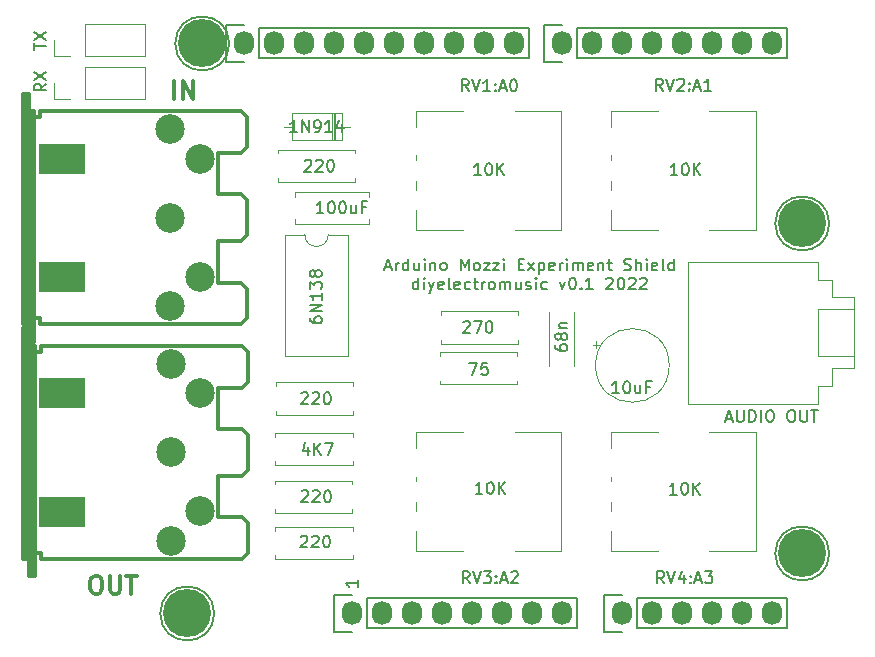
<source format=gbr>
%TF.GenerationSoftware,KiCad,Pcbnew,(6.0.5)*%
%TF.CreationDate,2022-11-11T15:24:04+00:00*%
%TF.ProjectId,ArduinoMozziExperimentShield,41726475-696e-46f4-9d6f-7a7a69457870,rev?*%
%TF.SameCoordinates,Original*%
%TF.FileFunction,Legend,Top*%
%TF.FilePolarity,Positive*%
%FSLAX46Y46*%
G04 Gerber Fmt 4.6, Leading zero omitted, Abs format (unit mm)*
G04 Created by KiCad (PCBNEW (6.0.5)) date 2022-11-11 15:24:04*
%MOMM*%
%LPD*%
G01*
G04 APERTURE LIST*
%ADD10C,0.150000*%
%ADD11C,0.304800*%
%ADD12C,0.120000*%
%ADD13O,1.727200X2.032000*%
%ADD14C,4.064000*%
%ADD15R,4.000000X2.500000*%
%ADD16C,2.499360*%
G04 APERTURE END LIST*
D10*
X165349904Y-121257380D02*
X165016571Y-120781190D01*
X164778476Y-121257380D02*
X164778476Y-120257380D01*
X165159428Y-120257380D01*
X165254666Y-120305000D01*
X165302285Y-120352619D01*
X165349904Y-120447857D01*
X165349904Y-120590714D01*
X165302285Y-120685952D01*
X165254666Y-120733571D01*
X165159428Y-120781190D01*
X164778476Y-120781190D01*
X165635619Y-120257380D02*
X165968952Y-121257380D01*
X166302285Y-120257380D01*
X167064190Y-120590714D02*
X167064190Y-121257380D01*
X166826095Y-120209761D02*
X166588000Y-120924047D01*
X167207047Y-120924047D01*
X167588000Y-121162142D02*
X167635619Y-121209761D01*
X167588000Y-121257380D01*
X167540380Y-121209761D01*
X167588000Y-121162142D01*
X167588000Y-121257380D01*
X167588000Y-120638333D02*
X167635619Y-120685952D01*
X167588000Y-120733571D01*
X167540380Y-120685952D01*
X167588000Y-120638333D01*
X167588000Y-120733571D01*
X168016571Y-120971666D02*
X168492761Y-120971666D01*
X167921333Y-121257380D02*
X168254666Y-120257380D01*
X168588000Y-121257380D01*
X168826095Y-120257380D02*
X169445142Y-120257380D01*
X169111809Y-120638333D01*
X169254666Y-120638333D01*
X169349904Y-120685952D01*
X169397523Y-120733571D01*
X169445142Y-120828809D01*
X169445142Y-121066904D01*
X169397523Y-121162142D01*
X169349904Y-121209761D01*
X169254666Y-121257380D01*
X168968952Y-121257380D01*
X168873714Y-121209761D01*
X168826095Y-121162142D01*
X148879904Y-121257380D02*
X148546571Y-120781190D01*
X148308476Y-121257380D02*
X148308476Y-120257380D01*
X148689428Y-120257380D01*
X148784666Y-120305000D01*
X148832285Y-120352619D01*
X148879904Y-120447857D01*
X148879904Y-120590714D01*
X148832285Y-120685952D01*
X148784666Y-120733571D01*
X148689428Y-120781190D01*
X148308476Y-120781190D01*
X149165619Y-120257380D02*
X149498952Y-121257380D01*
X149832285Y-120257380D01*
X150070380Y-120257380D02*
X150689428Y-120257380D01*
X150356095Y-120638333D01*
X150498952Y-120638333D01*
X150594190Y-120685952D01*
X150641809Y-120733571D01*
X150689428Y-120828809D01*
X150689428Y-121066904D01*
X150641809Y-121162142D01*
X150594190Y-121209761D01*
X150498952Y-121257380D01*
X150213238Y-121257380D01*
X150118000Y-121209761D01*
X150070380Y-121162142D01*
X151118000Y-121162142D02*
X151165619Y-121209761D01*
X151118000Y-121257380D01*
X151070380Y-121209761D01*
X151118000Y-121162142D01*
X151118000Y-121257380D01*
X151118000Y-120638333D02*
X151165619Y-120685952D01*
X151118000Y-120733571D01*
X151070380Y-120685952D01*
X151118000Y-120638333D01*
X151118000Y-120733571D01*
X151546571Y-120971666D02*
X152022761Y-120971666D01*
X151451333Y-121257380D02*
X151784666Y-120257380D01*
X152118000Y-121257380D01*
X152403714Y-120352619D02*
X152451333Y-120305000D01*
X152546571Y-120257380D01*
X152784666Y-120257380D01*
X152879904Y-120305000D01*
X152927523Y-120352619D01*
X152975142Y-120447857D01*
X152975142Y-120543095D01*
X152927523Y-120685952D01*
X152356095Y-121257380D01*
X152975142Y-121257380D01*
X165239904Y-79557380D02*
X164906571Y-79081190D01*
X164668476Y-79557380D02*
X164668476Y-78557380D01*
X165049428Y-78557380D01*
X165144666Y-78605000D01*
X165192285Y-78652619D01*
X165239904Y-78747857D01*
X165239904Y-78890714D01*
X165192285Y-78985952D01*
X165144666Y-79033571D01*
X165049428Y-79081190D01*
X164668476Y-79081190D01*
X165525619Y-78557380D02*
X165858952Y-79557380D01*
X166192285Y-78557380D01*
X166478000Y-78652619D02*
X166525619Y-78605000D01*
X166620857Y-78557380D01*
X166858952Y-78557380D01*
X166954190Y-78605000D01*
X167001809Y-78652619D01*
X167049428Y-78747857D01*
X167049428Y-78843095D01*
X167001809Y-78985952D01*
X166430380Y-79557380D01*
X167049428Y-79557380D01*
X167478000Y-79462142D02*
X167525619Y-79509761D01*
X167478000Y-79557380D01*
X167430380Y-79509761D01*
X167478000Y-79462142D01*
X167478000Y-79557380D01*
X167478000Y-78938333D02*
X167525619Y-78985952D01*
X167478000Y-79033571D01*
X167430380Y-78985952D01*
X167478000Y-78938333D01*
X167478000Y-79033571D01*
X167906571Y-79271666D02*
X168382761Y-79271666D01*
X167811333Y-79557380D02*
X168144666Y-78557380D01*
X168478000Y-79557380D01*
X169335142Y-79557380D02*
X168763714Y-79557380D01*
X169049428Y-79557380D02*
X169049428Y-78557380D01*
X168954190Y-78700238D01*
X168858952Y-78795476D01*
X168763714Y-78843095D01*
X141739904Y-94496666D02*
X142216095Y-94496666D01*
X141644666Y-94782380D02*
X141978000Y-93782380D01*
X142311333Y-94782380D01*
X142644666Y-94782380D02*
X142644666Y-94115714D01*
X142644666Y-94306190D02*
X142692285Y-94210952D01*
X142739904Y-94163333D01*
X142835142Y-94115714D01*
X142930380Y-94115714D01*
X143692285Y-94782380D02*
X143692285Y-93782380D01*
X143692285Y-94734761D02*
X143597047Y-94782380D01*
X143406571Y-94782380D01*
X143311333Y-94734761D01*
X143263714Y-94687142D01*
X143216095Y-94591904D01*
X143216095Y-94306190D01*
X143263714Y-94210952D01*
X143311333Y-94163333D01*
X143406571Y-94115714D01*
X143597047Y-94115714D01*
X143692285Y-94163333D01*
X144597047Y-94115714D02*
X144597047Y-94782380D01*
X144168476Y-94115714D02*
X144168476Y-94639523D01*
X144216095Y-94734761D01*
X144311333Y-94782380D01*
X144454190Y-94782380D01*
X144549428Y-94734761D01*
X144597047Y-94687142D01*
X145073238Y-94782380D02*
X145073238Y-94115714D01*
X145073238Y-93782380D02*
X145025619Y-93830000D01*
X145073238Y-93877619D01*
X145120857Y-93830000D01*
X145073238Y-93782380D01*
X145073238Y-93877619D01*
X145549428Y-94115714D02*
X145549428Y-94782380D01*
X145549428Y-94210952D02*
X145597047Y-94163333D01*
X145692285Y-94115714D01*
X145835142Y-94115714D01*
X145930380Y-94163333D01*
X145978000Y-94258571D01*
X145978000Y-94782380D01*
X146597047Y-94782380D02*
X146501809Y-94734761D01*
X146454190Y-94687142D01*
X146406571Y-94591904D01*
X146406571Y-94306190D01*
X146454190Y-94210952D01*
X146501809Y-94163333D01*
X146597047Y-94115714D01*
X146739904Y-94115714D01*
X146835142Y-94163333D01*
X146882761Y-94210952D01*
X146930380Y-94306190D01*
X146930380Y-94591904D01*
X146882761Y-94687142D01*
X146835142Y-94734761D01*
X146739904Y-94782380D01*
X146597047Y-94782380D01*
X148120857Y-94782380D02*
X148120857Y-93782380D01*
X148454190Y-94496666D01*
X148787523Y-93782380D01*
X148787523Y-94782380D01*
X149406571Y-94782380D02*
X149311333Y-94734761D01*
X149263714Y-94687142D01*
X149216095Y-94591904D01*
X149216095Y-94306190D01*
X149263714Y-94210952D01*
X149311333Y-94163333D01*
X149406571Y-94115714D01*
X149549428Y-94115714D01*
X149644666Y-94163333D01*
X149692285Y-94210952D01*
X149739904Y-94306190D01*
X149739904Y-94591904D01*
X149692285Y-94687142D01*
X149644666Y-94734761D01*
X149549428Y-94782380D01*
X149406571Y-94782380D01*
X150073238Y-94115714D02*
X150597047Y-94115714D01*
X150073238Y-94782380D01*
X150597047Y-94782380D01*
X150882761Y-94115714D02*
X151406571Y-94115714D01*
X150882761Y-94782380D01*
X151406571Y-94782380D01*
X151787523Y-94782380D02*
X151787523Y-94115714D01*
X151787523Y-93782380D02*
X151739904Y-93830000D01*
X151787523Y-93877619D01*
X151835142Y-93830000D01*
X151787523Y-93782380D01*
X151787523Y-93877619D01*
X153025619Y-94258571D02*
X153358952Y-94258571D01*
X153501809Y-94782380D02*
X153025619Y-94782380D01*
X153025619Y-93782380D01*
X153501809Y-93782380D01*
X153835142Y-94782380D02*
X154358952Y-94115714D01*
X153835142Y-94115714D02*
X154358952Y-94782380D01*
X154739904Y-94115714D02*
X154739904Y-95115714D01*
X154739904Y-94163333D02*
X154835142Y-94115714D01*
X155025619Y-94115714D01*
X155120857Y-94163333D01*
X155168476Y-94210952D01*
X155216095Y-94306190D01*
X155216095Y-94591904D01*
X155168476Y-94687142D01*
X155120857Y-94734761D01*
X155025619Y-94782380D01*
X154835142Y-94782380D01*
X154739904Y-94734761D01*
X156025619Y-94734761D02*
X155930380Y-94782380D01*
X155739904Y-94782380D01*
X155644666Y-94734761D01*
X155597047Y-94639523D01*
X155597047Y-94258571D01*
X155644666Y-94163333D01*
X155739904Y-94115714D01*
X155930380Y-94115714D01*
X156025619Y-94163333D01*
X156073238Y-94258571D01*
X156073238Y-94353809D01*
X155597047Y-94449047D01*
X156501809Y-94782380D02*
X156501809Y-94115714D01*
X156501809Y-94306190D02*
X156549428Y-94210952D01*
X156597047Y-94163333D01*
X156692285Y-94115714D01*
X156787523Y-94115714D01*
X157120857Y-94782380D02*
X157120857Y-94115714D01*
X157120857Y-93782380D02*
X157073238Y-93830000D01*
X157120857Y-93877619D01*
X157168476Y-93830000D01*
X157120857Y-93782380D01*
X157120857Y-93877619D01*
X157597047Y-94782380D02*
X157597047Y-94115714D01*
X157597047Y-94210952D02*
X157644666Y-94163333D01*
X157739904Y-94115714D01*
X157882761Y-94115714D01*
X157978000Y-94163333D01*
X158025619Y-94258571D01*
X158025619Y-94782380D01*
X158025619Y-94258571D02*
X158073238Y-94163333D01*
X158168476Y-94115714D01*
X158311333Y-94115714D01*
X158406571Y-94163333D01*
X158454190Y-94258571D01*
X158454190Y-94782380D01*
X159311333Y-94734761D02*
X159216095Y-94782380D01*
X159025619Y-94782380D01*
X158930380Y-94734761D01*
X158882761Y-94639523D01*
X158882761Y-94258571D01*
X158930380Y-94163333D01*
X159025619Y-94115714D01*
X159216095Y-94115714D01*
X159311333Y-94163333D01*
X159358952Y-94258571D01*
X159358952Y-94353809D01*
X158882761Y-94449047D01*
X159787523Y-94115714D02*
X159787523Y-94782380D01*
X159787523Y-94210952D02*
X159835142Y-94163333D01*
X159930380Y-94115714D01*
X160073238Y-94115714D01*
X160168476Y-94163333D01*
X160216095Y-94258571D01*
X160216095Y-94782380D01*
X160549428Y-94115714D02*
X160930380Y-94115714D01*
X160692285Y-93782380D02*
X160692285Y-94639523D01*
X160739904Y-94734761D01*
X160835142Y-94782380D01*
X160930380Y-94782380D01*
X161978000Y-94734761D02*
X162120857Y-94782380D01*
X162358952Y-94782380D01*
X162454190Y-94734761D01*
X162501809Y-94687142D01*
X162549428Y-94591904D01*
X162549428Y-94496666D01*
X162501809Y-94401428D01*
X162454190Y-94353809D01*
X162358952Y-94306190D01*
X162168476Y-94258571D01*
X162073238Y-94210952D01*
X162025619Y-94163333D01*
X161978000Y-94068095D01*
X161978000Y-93972857D01*
X162025619Y-93877619D01*
X162073238Y-93830000D01*
X162168476Y-93782380D01*
X162406571Y-93782380D01*
X162549428Y-93830000D01*
X162978000Y-94782380D02*
X162978000Y-93782380D01*
X163406571Y-94782380D02*
X163406571Y-94258571D01*
X163358952Y-94163333D01*
X163263714Y-94115714D01*
X163120857Y-94115714D01*
X163025619Y-94163333D01*
X162978000Y-94210952D01*
X163882761Y-94782380D02*
X163882761Y-94115714D01*
X163882761Y-93782380D02*
X163835142Y-93830000D01*
X163882761Y-93877619D01*
X163930380Y-93830000D01*
X163882761Y-93782380D01*
X163882761Y-93877619D01*
X164739904Y-94734761D02*
X164644666Y-94782380D01*
X164454190Y-94782380D01*
X164358952Y-94734761D01*
X164311333Y-94639523D01*
X164311333Y-94258571D01*
X164358952Y-94163333D01*
X164454190Y-94115714D01*
X164644666Y-94115714D01*
X164739904Y-94163333D01*
X164787523Y-94258571D01*
X164787523Y-94353809D01*
X164311333Y-94449047D01*
X165358952Y-94782380D02*
X165263714Y-94734761D01*
X165216095Y-94639523D01*
X165216095Y-93782380D01*
X166168476Y-94782380D02*
X166168476Y-93782380D01*
X166168476Y-94734761D02*
X166073238Y-94782380D01*
X165882761Y-94782380D01*
X165787523Y-94734761D01*
X165739904Y-94687142D01*
X165692285Y-94591904D01*
X165692285Y-94306190D01*
X165739904Y-94210952D01*
X165787523Y-94163333D01*
X165882761Y-94115714D01*
X166073238Y-94115714D01*
X166168476Y-94163333D01*
X144549428Y-96392380D02*
X144549428Y-95392380D01*
X144549428Y-96344761D02*
X144454190Y-96392380D01*
X144263714Y-96392380D01*
X144168476Y-96344761D01*
X144120857Y-96297142D01*
X144073238Y-96201904D01*
X144073238Y-95916190D01*
X144120857Y-95820952D01*
X144168476Y-95773333D01*
X144263714Y-95725714D01*
X144454190Y-95725714D01*
X144549428Y-95773333D01*
X145025619Y-96392380D02*
X145025619Y-95725714D01*
X145025619Y-95392380D02*
X144978000Y-95440000D01*
X145025619Y-95487619D01*
X145073238Y-95440000D01*
X145025619Y-95392380D01*
X145025619Y-95487619D01*
X145406571Y-95725714D02*
X145644666Y-96392380D01*
X145882761Y-95725714D02*
X145644666Y-96392380D01*
X145549428Y-96630476D01*
X145501809Y-96678095D01*
X145406571Y-96725714D01*
X146644666Y-96344761D02*
X146549428Y-96392380D01*
X146358952Y-96392380D01*
X146263714Y-96344761D01*
X146216095Y-96249523D01*
X146216095Y-95868571D01*
X146263714Y-95773333D01*
X146358952Y-95725714D01*
X146549428Y-95725714D01*
X146644666Y-95773333D01*
X146692285Y-95868571D01*
X146692285Y-95963809D01*
X146216095Y-96059047D01*
X147263714Y-96392380D02*
X147168476Y-96344761D01*
X147120857Y-96249523D01*
X147120857Y-95392380D01*
X148025619Y-96344761D02*
X147930380Y-96392380D01*
X147739904Y-96392380D01*
X147644666Y-96344761D01*
X147597047Y-96249523D01*
X147597047Y-95868571D01*
X147644666Y-95773333D01*
X147739904Y-95725714D01*
X147930380Y-95725714D01*
X148025619Y-95773333D01*
X148073238Y-95868571D01*
X148073238Y-95963809D01*
X147597047Y-96059047D01*
X148930380Y-96344761D02*
X148835142Y-96392380D01*
X148644666Y-96392380D01*
X148549428Y-96344761D01*
X148501809Y-96297142D01*
X148454190Y-96201904D01*
X148454190Y-95916190D01*
X148501809Y-95820952D01*
X148549428Y-95773333D01*
X148644666Y-95725714D01*
X148835142Y-95725714D01*
X148930380Y-95773333D01*
X149216095Y-95725714D02*
X149597047Y-95725714D01*
X149358952Y-95392380D02*
X149358952Y-96249523D01*
X149406571Y-96344761D01*
X149501809Y-96392380D01*
X149597047Y-96392380D01*
X149930380Y-96392380D02*
X149930380Y-95725714D01*
X149930380Y-95916190D02*
X149978000Y-95820952D01*
X150025619Y-95773333D01*
X150120857Y-95725714D01*
X150216095Y-95725714D01*
X150692285Y-96392380D02*
X150597047Y-96344761D01*
X150549428Y-96297142D01*
X150501809Y-96201904D01*
X150501809Y-95916190D01*
X150549428Y-95820952D01*
X150597047Y-95773333D01*
X150692285Y-95725714D01*
X150835142Y-95725714D01*
X150930380Y-95773333D01*
X150978000Y-95820952D01*
X151025619Y-95916190D01*
X151025619Y-96201904D01*
X150978000Y-96297142D01*
X150930380Y-96344761D01*
X150835142Y-96392380D01*
X150692285Y-96392380D01*
X151454190Y-96392380D02*
X151454190Y-95725714D01*
X151454190Y-95820952D02*
X151501809Y-95773333D01*
X151597047Y-95725714D01*
X151739904Y-95725714D01*
X151835142Y-95773333D01*
X151882761Y-95868571D01*
X151882761Y-96392380D01*
X151882761Y-95868571D02*
X151930380Y-95773333D01*
X152025619Y-95725714D01*
X152168476Y-95725714D01*
X152263714Y-95773333D01*
X152311333Y-95868571D01*
X152311333Y-96392380D01*
X153216095Y-95725714D02*
X153216095Y-96392380D01*
X152787523Y-95725714D02*
X152787523Y-96249523D01*
X152835142Y-96344761D01*
X152930380Y-96392380D01*
X153073238Y-96392380D01*
X153168476Y-96344761D01*
X153216095Y-96297142D01*
X153644666Y-96344761D02*
X153739904Y-96392380D01*
X153930380Y-96392380D01*
X154025619Y-96344761D01*
X154073238Y-96249523D01*
X154073238Y-96201904D01*
X154025619Y-96106666D01*
X153930380Y-96059047D01*
X153787523Y-96059047D01*
X153692285Y-96011428D01*
X153644666Y-95916190D01*
X153644666Y-95868571D01*
X153692285Y-95773333D01*
X153787523Y-95725714D01*
X153930380Y-95725714D01*
X154025619Y-95773333D01*
X154501809Y-96392380D02*
X154501809Y-95725714D01*
X154501809Y-95392380D02*
X154454190Y-95440000D01*
X154501809Y-95487619D01*
X154549428Y-95440000D01*
X154501809Y-95392380D01*
X154501809Y-95487619D01*
X155406571Y-96344761D02*
X155311333Y-96392380D01*
X155120857Y-96392380D01*
X155025619Y-96344761D01*
X154978000Y-96297142D01*
X154930380Y-96201904D01*
X154930380Y-95916190D01*
X154978000Y-95820952D01*
X155025619Y-95773333D01*
X155120857Y-95725714D01*
X155311333Y-95725714D01*
X155406571Y-95773333D01*
X156501809Y-95725714D02*
X156739904Y-96392380D01*
X156978000Y-95725714D01*
X157549428Y-95392380D02*
X157644666Y-95392380D01*
X157739904Y-95440000D01*
X157787523Y-95487619D01*
X157835142Y-95582857D01*
X157882761Y-95773333D01*
X157882761Y-96011428D01*
X157835142Y-96201904D01*
X157787523Y-96297142D01*
X157739904Y-96344761D01*
X157644666Y-96392380D01*
X157549428Y-96392380D01*
X157454190Y-96344761D01*
X157406571Y-96297142D01*
X157358952Y-96201904D01*
X157311333Y-96011428D01*
X157311333Y-95773333D01*
X157358952Y-95582857D01*
X157406571Y-95487619D01*
X157454190Y-95440000D01*
X157549428Y-95392380D01*
X158311333Y-96297142D02*
X158358952Y-96344761D01*
X158311333Y-96392380D01*
X158263714Y-96344761D01*
X158311333Y-96297142D01*
X158311333Y-96392380D01*
X159311333Y-96392380D02*
X158739904Y-96392380D01*
X159025619Y-96392380D02*
X159025619Y-95392380D01*
X158930380Y-95535238D01*
X158835142Y-95630476D01*
X158739904Y-95678095D01*
X160454190Y-95487619D02*
X160501809Y-95440000D01*
X160597047Y-95392380D01*
X160835142Y-95392380D01*
X160930380Y-95440000D01*
X160978000Y-95487619D01*
X161025619Y-95582857D01*
X161025619Y-95678095D01*
X160978000Y-95820952D01*
X160406571Y-96392380D01*
X161025619Y-96392380D01*
X161644666Y-95392380D02*
X161739904Y-95392380D01*
X161835142Y-95440000D01*
X161882761Y-95487619D01*
X161930380Y-95582857D01*
X161978000Y-95773333D01*
X161978000Y-96011428D01*
X161930380Y-96201904D01*
X161882761Y-96297142D01*
X161835142Y-96344761D01*
X161739904Y-96392380D01*
X161644666Y-96392380D01*
X161549428Y-96344761D01*
X161501809Y-96297142D01*
X161454190Y-96201904D01*
X161406571Y-96011428D01*
X161406571Y-95773333D01*
X161454190Y-95582857D01*
X161501809Y-95487619D01*
X161549428Y-95440000D01*
X161644666Y-95392380D01*
X162358952Y-95487619D02*
X162406571Y-95440000D01*
X162501809Y-95392380D01*
X162739904Y-95392380D01*
X162835142Y-95440000D01*
X162882761Y-95487619D01*
X162930380Y-95582857D01*
X162930380Y-95678095D01*
X162882761Y-95820952D01*
X162311333Y-96392380D01*
X162930380Y-96392380D01*
X163311333Y-95487619D02*
X163358952Y-95440000D01*
X163454190Y-95392380D01*
X163692285Y-95392380D01*
X163787523Y-95440000D01*
X163835142Y-95487619D01*
X163882761Y-95582857D01*
X163882761Y-95678095D01*
X163835142Y-95820952D01*
X163263714Y-96392380D01*
X163882761Y-96392380D01*
X139390380Y-120999285D02*
X139390380Y-121570714D01*
X139390380Y-121285000D02*
X138390380Y-121285000D01*
X138533238Y-121380238D01*
X138628476Y-121475476D01*
X138676095Y-121570714D01*
X148799904Y-79597380D02*
X148466571Y-79121190D01*
X148228476Y-79597380D02*
X148228476Y-78597380D01*
X148609428Y-78597380D01*
X148704666Y-78645000D01*
X148752285Y-78692619D01*
X148799904Y-78787857D01*
X148799904Y-78930714D01*
X148752285Y-79025952D01*
X148704666Y-79073571D01*
X148609428Y-79121190D01*
X148228476Y-79121190D01*
X149085619Y-78597380D02*
X149418952Y-79597380D01*
X149752285Y-78597380D01*
X150609428Y-79597380D02*
X150038000Y-79597380D01*
X150323714Y-79597380D02*
X150323714Y-78597380D01*
X150228476Y-78740238D01*
X150133238Y-78835476D01*
X150038000Y-78883095D01*
X151038000Y-79502142D02*
X151085619Y-79549761D01*
X151038000Y-79597380D01*
X150990380Y-79549761D01*
X151038000Y-79502142D01*
X151038000Y-79597380D01*
X151038000Y-78978333D02*
X151085619Y-79025952D01*
X151038000Y-79073571D01*
X150990380Y-79025952D01*
X151038000Y-78978333D01*
X151038000Y-79073571D01*
X151466571Y-79311666D02*
X151942761Y-79311666D01*
X151371333Y-79597380D02*
X151704666Y-78597380D01*
X152038000Y-79597380D01*
X152561809Y-78597380D02*
X152657047Y-78597380D01*
X152752285Y-78645000D01*
X152799904Y-78692619D01*
X152847523Y-78787857D01*
X152895142Y-78978333D01*
X152895142Y-79216428D01*
X152847523Y-79406904D01*
X152799904Y-79502142D01*
X152752285Y-79549761D01*
X152657047Y-79597380D01*
X152561809Y-79597380D01*
X152466571Y-79549761D01*
X152418952Y-79502142D01*
X152371333Y-79406904D01*
X152323714Y-79216428D01*
X152323714Y-78978333D01*
X152371333Y-78787857D01*
X152418952Y-78692619D01*
X152466571Y-78645000D01*
X152561809Y-78597380D01*
%TO.C,C3*%
X161526571Y-105167380D02*
X160955142Y-105167380D01*
X161240857Y-105167380D02*
X161240857Y-104167380D01*
X161145619Y-104310238D01*
X161050380Y-104405476D01*
X160955142Y-104453095D01*
X162145619Y-104167380D02*
X162240857Y-104167380D01*
X162336095Y-104215000D01*
X162383714Y-104262619D01*
X162431333Y-104357857D01*
X162478952Y-104548333D01*
X162478952Y-104786428D01*
X162431333Y-104976904D01*
X162383714Y-105072142D01*
X162336095Y-105119761D01*
X162240857Y-105167380D01*
X162145619Y-105167380D01*
X162050380Y-105119761D01*
X162002761Y-105072142D01*
X161955142Y-104976904D01*
X161907523Y-104786428D01*
X161907523Y-104548333D01*
X161955142Y-104357857D01*
X162002761Y-104262619D01*
X162050380Y-104215000D01*
X162145619Y-104167380D01*
X163336095Y-104500714D02*
X163336095Y-105167380D01*
X162907523Y-104500714D02*
X162907523Y-105024523D01*
X162955142Y-105119761D01*
X163050380Y-105167380D01*
X163193238Y-105167380D01*
X163288476Y-105119761D01*
X163336095Y-105072142D01*
X164145619Y-104643571D02*
X163812285Y-104643571D01*
X163812285Y-105167380D02*
X163812285Y-104167380D01*
X164288476Y-104167380D01*
%TO.C,U1*%
X135360380Y-98766904D02*
X135360380Y-98957380D01*
X135408000Y-99052619D01*
X135455619Y-99100238D01*
X135598476Y-99195476D01*
X135788952Y-99243095D01*
X136169904Y-99243095D01*
X136265142Y-99195476D01*
X136312761Y-99147857D01*
X136360380Y-99052619D01*
X136360380Y-98862142D01*
X136312761Y-98766904D01*
X136265142Y-98719285D01*
X136169904Y-98671666D01*
X135931809Y-98671666D01*
X135836571Y-98719285D01*
X135788952Y-98766904D01*
X135741333Y-98862142D01*
X135741333Y-99052619D01*
X135788952Y-99147857D01*
X135836571Y-99195476D01*
X135931809Y-99243095D01*
X136360380Y-98243095D02*
X135360380Y-98243095D01*
X136360380Y-97671666D01*
X135360380Y-97671666D01*
X136360380Y-96671666D02*
X136360380Y-97243095D01*
X136360380Y-96957380D02*
X135360380Y-96957380D01*
X135503238Y-97052619D01*
X135598476Y-97147857D01*
X135646095Y-97243095D01*
X135360380Y-96338333D02*
X135360380Y-95719285D01*
X135741333Y-96052619D01*
X135741333Y-95909761D01*
X135788952Y-95814523D01*
X135836571Y-95766904D01*
X135931809Y-95719285D01*
X136169904Y-95719285D01*
X136265142Y-95766904D01*
X136312761Y-95814523D01*
X136360380Y-95909761D01*
X136360380Y-96195476D01*
X136312761Y-96290714D01*
X136265142Y-96338333D01*
X135788952Y-95147857D02*
X135741333Y-95243095D01*
X135693714Y-95290714D01*
X135598476Y-95338333D01*
X135550857Y-95338333D01*
X135455619Y-95290714D01*
X135408000Y-95243095D01*
X135360380Y-95147857D01*
X135360380Y-94957380D01*
X135408000Y-94862142D01*
X135455619Y-94814523D01*
X135550857Y-94766904D01*
X135598476Y-94766904D01*
X135693714Y-94814523D01*
X135741333Y-94862142D01*
X135788952Y-94957380D01*
X135788952Y-95147857D01*
X135836571Y-95243095D01*
X135884190Y-95290714D01*
X135979428Y-95338333D01*
X136169904Y-95338333D01*
X136265142Y-95290714D01*
X136312761Y-95243095D01*
X136360380Y-95147857D01*
X136360380Y-94957380D01*
X136312761Y-94862142D01*
X136265142Y-94814523D01*
X136169904Y-94766904D01*
X135979428Y-94766904D01*
X135884190Y-94814523D01*
X135836571Y-94862142D01*
X135788952Y-94957380D01*
D11*
%TO.C,IN1*%
X123879714Y-80234428D02*
X123879714Y-78710428D01*
X124605428Y-80234428D02*
X124605428Y-78710428D01*
X125476285Y-80234428D01*
X125476285Y-78710428D01*
D10*
%TO.C,R5*%
X134629904Y-105192619D02*
X134677523Y-105145000D01*
X134772761Y-105097380D01*
X135010857Y-105097380D01*
X135106095Y-105145000D01*
X135153714Y-105192619D01*
X135201333Y-105287857D01*
X135201333Y-105383095D01*
X135153714Y-105525952D01*
X134582285Y-106097380D01*
X135201333Y-106097380D01*
X135582285Y-105192619D02*
X135629904Y-105145000D01*
X135725142Y-105097380D01*
X135963238Y-105097380D01*
X136058476Y-105145000D01*
X136106095Y-105192619D01*
X136153714Y-105287857D01*
X136153714Y-105383095D01*
X136106095Y-105525952D01*
X135534666Y-106097380D01*
X136153714Y-106097380D01*
X136772761Y-105097380D02*
X136868000Y-105097380D01*
X136963238Y-105145000D01*
X137010857Y-105192619D01*
X137058476Y-105287857D01*
X137106095Y-105478333D01*
X137106095Y-105716428D01*
X137058476Y-105906904D01*
X137010857Y-106002142D01*
X136963238Y-106049761D01*
X136868000Y-106097380D01*
X136772761Y-106097380D01*
X136677523Y-106049761D01*
X136629904Y-106002142D01*
X136582285Y-105906904D01*
X136534666Y-105716428D01*
X136534666Y-105478333D01*
X136582285Y-105287857D01*
X136629904Y-105192619D01*
X136677523Y-105145000D01*
X136772761Y-105097380D01*
%TO.C,RV3*%
X149957523Y-113697380D02*
X149386095Y-113697380D01*
X149671809Y-113697380D02*
X149671809Y-112697380D01*
X149576571Y-112840238D01*
X149481333Y-112935476D01*
X149386095Y-112983095D01*
X150576571Y-112697380D02*
X150671809Y-112697380D01*
X150767047Y-112745000D01*
X150814666Y-112792619D01*
X150862285Y-112887857D01*
X150909904Y-113078333D01*
X150909904Y-113316428D01*
X150862285Y-113506904D01*
X150814666Y-113602142D01*
X150767047Y-113649761D01*
X150671809Y-113697380D01*
X150576571Y-113697380D01*
X150481333Y-113649761D01*
X150433714Y-113602142D01*
X150386095Y-113506904D01*
X150338476Y-113316428D01*
X150338476Y-113078333D01*
X150386095Y-112887857D01*
X150433714Y-112792619D01*
X150481333Y-112745000D01*
X150576571Y-112697380D01*
X151338476Y-113697380D02*
X151338476Y-112697380D01*
X151909904Y-113697380D02*
X151481333Y-113125952D01*
X151909904Y-112697380D02*
X151338476Y-113268809D01*
%TO.C,R4*%
X135212285Y-109720714D02*
X135212285Y-110387380D01*
X134974190Y-109339761D02*
X134736095Y-110054047D01*
X135355142Y-110054047D01*
X135736095Y-110387380D02*
X135736095Y-109387380D01*
X136307523Y-110387380D02*
X135878952Y-109815952D01*
X136307523Y-109387380D02*
X135736095Y-109958809D01*
X136640857Y-109387380D02*
X137307523Y-109387380D01*
X136878952Y-110387380D01*
%TO.C,J2*%
X113030380Y-78971666D02*
X112554190Y-79305000D01*
X113030380Y-79543095D02*
X112030380Y-79543095D01*
X112030380Y-79162142D01*
X112078000Y-79066904D01*
X112125619Y-79019285D01*
X112220857Y-78971666D01*
X112363714Y-78971666D01*
X112458952Y-79019285D01*
X112506571Y-79066904D01*
X112554190Y-79162142D01*
X112554190Y-79543095D01*
X112030380Y-78638333D02*
X113030380Y-77971666D01*
X112030380Y-77971666D02*
X113030380Y-78638333D01*
%TO.C,J1*%
X112040380Y-76096904D02*
X112040380Y-75525476D01*
X113040380Y-75811190D02*
X112040380Y-75811190D01*
X112040380Y-75287380D02*
X113040380Y-74620714D01*
X112040380Y-74620714D02*
X113040380Y-75287380D01*
%TO.C,R7*%
X148868476Y-102617380D02*
X149535142Y-102617380D01*
X149106571Y-103617380D01*
X150392285Y-102617380D02*
X149916095Y-102617380D01*
X149868476Y-103093571D01*
X149916095Y-103045952D01*
X150011333Y-102998333D01*
X150249428Y-102998333D01*
X150344666Y-103045952D01*
X150392285Y-103093571D01*
X150439904Y-103188809D01*
X150439904Y-103426904D01*
X150392285Y-103522142D01*
X150344666Y-103569761D01*
X150249428Y-103617380D01*
X150011333Y-103617380D01*
X149916095Y-103569761D01*
X149868476Y-103522142D01*
D11*
%TO.C,OUT1*%
X117124000Y-120640428D02*
X117414285Y-120640428D01*
X117559428Y-120713000D01*
X117704571Y-120858142D01*
X117777142Y-121148428D01*
X117777142Y-121656428D01*
X117704571Y-121946714D01*
X117559428Y-122091857D01*
X117414285Y-122164428D01*
X117124000Y-122164428D01*
X116978857Y-122091857D01*
X116833714Y-121946714D01*
X116761142Y-121656428D01*
X116761142Y-121148428D01*
X116833714Y-120858142D01*
X116978857Y-120713000D01*
X117124000Y-120640428D01*
X118430285Y-120640428D02*
X118430285Y-121874142D01*
X118502857Y-122019285D01*
X118575428Y-122091857D01*
X118720571Y-122164428D01*
X119010857Y-122164428D01*
X119156000Y-122091857D01*
X119228571Y-122019285D01*
X119301142Y-121874142D01*
X119301142Y-120640428D01*
X119809142Y-120640428D02*
X120680000Y-120640428D01*
X120244571Y-122164428D02*
X120244571Y-120640428D01*
D10*
%TO.C,R3*%
X134909904Y-85502619D02*
X134957523Y-85455000D01*
X135052761Y-85407380D01*
X135290857Y-85407380D01*
X135386095Y-85455000D01*
X135433714Y-85502619D01*
X135481333Y-85597857D01*
X135481333Y-85693095D01*
X135433714Y-85835952D01*
X134862285Y-86407380D01*
X135481333Y-86407380D01*
X135862285Y-85502619D02*
X135909904Y-85455000D01*
X136005142Y-85407380D01*
X136243238Y-85407380D01*
X136338476Y-85455000D01*
X136386095Y-85502619D01*
X136433714Y-85597857D01*
X136433714Y-85693095D01*
X136386095Y-85835952D01*
X135814666Y-86407380D01*
X136433714Y-86407380D01*
X137052761Y-85407380D02*
X137148000Y-85407380D01*
X137243238Y-85455000D01*
X137290857Y-85502619D01*
X137338476Y-85597857D01*
X137386095Y-85788333D01*
X137386095Y-86026428D01*
X137338476Y-86216904D01*
X137290857Y-86312142D01*
X137243238Y-86359761D01*
X137148000Y-86407380D01*
X137052761Y-86407380D01*
X136957523Y-86359761D01*
X136909904Y-86312142D01*
X136862285Y-86216904D01*
X136814666Y-86026428D01*
X136814666Y-85788333D01*
X136862285Y-85597857D01*
X136909904Y-85502619D01*
X136957523Y-85455000D01*
X137052761Y-85407380D01*
%TO.C,RV2*%
X166467523Y-86717380D02*
X165896095Y-86717380D01*
X166181809Y-86717380D02*
X166181809Y-85717380D01*
X166086571Y-85860238D01*
X165991333Y-85955476D01*
X165896095Y-86003095D01*
X167086571Y-85717380D02*
X167181809Y-85717380D01*
X167277047Y-85765000D01*
X167324666Y-85812619D01*
X167372285Y-85907857D01*
X167419904Y-86098333D01*
X167419904Y-86336428D01*
X167372285Y-86526904D01*
X167324666Y-86622142D01*
X167277047Y-86669761D01*
X167181809Y-86717380D01*
X167086571Y-86717380D01*
X166991333Y-86669761D01*
X166943714Y-86622142D01*
X166896095Y-86526904D01*
X166848476Y-86336428D01*
X166848476Y-86098333D01*
X166896095Y-85907857D01*
X166943714Y-85812619D01*
X166991333Y-85765000D01*
X167086571Y-85717380D01*
X167848476Y-86717380D02*
X167848476Y-85717380D01*
X168419904Y-86717380D02*
X167991333Y-86145952D01*
X168419904Y-85717380D02*
X167848476Y-86288809D01*
%TO.C,D1*%
X134271333Y-83087380D02*
X133699904Y-83087380D01*
X133985619Y-83087380D02*
X133985619Y-82087380D01*
X133890380Y-82230238D01*
X133795142Y-82325476D01*
X133699904Y-82373095D01*
X134699904Y-83087380D02*
X134699904Y-82087380D01*
X135271333Y-83087380D01*
X135271333Y-82087380D01*
X135795142Y-83087380D02*
X135985619Y-83087380D01*
X136080857Y-83039761D01*
X136128476Y-82992142D01*
X136223714Y-82849285D01*
X136271333Y-82658809D01*
X136271333Y-82277857D01*
X136223714Y-82182619D01*
X136176095Y-82135000D01*
X136080857Y-82087380D01*
X135890380Y-82087380D01*
X135795142Y-82135000D01*
X135747523Y-82182619D01*
X135699904Y-82277857D01*
X135699904Y-82515952D01*
X135747523Y-82611190D01*
X135795142Y-82658809D01*
X135890380Y-82706428D01*
X136080857Y-82706428D01*
X136176095Y-82658809D01*
X136223714Y-82611190D01*
X136271333Y-82515952D01*
X137223714Y-83087380D02*
X136652285Y-83087380D01*
X136938000Y-83087380D02*
X136938000Y-82087380D01*
X136842761Y-82230238D01*
X136747523Y-82325476D01*
X136652285Y-82373095D01*
X138080857Y-82420714D02*
X138080857Y-83087380D01*
X137842761Y-82039761D02*
X137604666Y-82754047D01*
X138223714Y-82754047D01*
%TO.C,R2*%
X134649904Y-113492619D02*
X134697523Y-113445000D01*
X134792761Y-113397380D01*
X135030857Y-113397380D01*
X135126095Y-113445000D01*
X135173714Y-113492619D01*
X135221333Y-113587857D01*
X135221333Y-113683095D01*
X135173714Y-113825952D01*
X134602285Y-114397380D01*
X135221333Y-114397380D01*
X135602285Y-113492619D02*
X135649904Y-113445000D01*
X135745142Y-113397380D01*
X135983238Y-113397380D01*
X136078476Y-113445000D01*
X136126095Y-113492619D01*
X136173714Y-113587857D01*
X136173714Y-113683095D01*
X136126095Y-113825952D01*
X135554666Y-114397380D01*
X136173714Y-114397380D01*
X136792761Y-113397380D02*
X136888000Y-113397380D01*
X136983238Y-113445000D01*
X137030857Y-113492619D01*
X137078476Y-113587857D01*
X137126095Y-113778333D01*
X137126095Y-114016428D01*
X137078476Y-114206904D01*
X137030857Y-114302142D01*
X136983238Y-114349761D01*
X136888000Y-114397380D01*
X136792761Y-114397380D01*
X136697523Y-114349761D01*
X136649904Y-114302142D01*
X136602285Y-114206904D01*
X136554666Y-114016428D01*
X136554666Y-113778333D01*
X136602285Y-113587857D01*
X136649904Y-113492619D01*
X136697523Y-113445000D01*
X136792761Y-113397380D01*
%TO.C,RV4*%
X166427523Y-113757380D02*
X165856095Y-113757380D01*
X166141809Y-113757380D02*
X166141809Y-112757380D01*
X166046571Y-112900238D01*
X165951333Y-112995476D01*
X165856095Y-113043095D01*
X167046571Y-112757380D02*
X167141809Y-112757380D01*
X167237047Y-112805000D01*
X167284666Y-112852619D01*
X167332285Y-112947857D01*
X167379904Y-113138333D01*
X167379904Y-113376428D01*
X167332285Y-113566904D01*
X167284666Y-113662142D01*
X167237047Y-113709761D01*
X167141809Y-113757380D01*
X167046571Y-113757380D01*
X166951333Y-113709761D01*
X166903714Y-113662142D01*
X166856095Y-113566904D01*
X166808476Y-113376428D01*
X166808476Y-113138333D01*
X166856095Y-112947857D01*
X166903714Y-112852619D01*
X166951333Y-112805000D01*
X167046571Y-112757380D01*
X167808476Y-113757380D02*
X167808476Y-112757380D01*
X168379904Y-113757380D02*
X167951333Y-113185952D01*
X168379904Y-112757380D02*
X167808476Y-113328809D01*
%TO.C,C1*%
X136500380Y-89937380D02*
X135928952Y-89937380D01*
X136214666Y-89937380D02*
X136214666Y-88937380D01*
X136119428Y-89080238D01*
X136024190Y-89175476D01*
X135928952Y-89223095D01*
X137119428Y-88937380D02*
X137214666Y-88937380D01*
X137309904Y-88985000D01*
X137357523Y-89032619D01*
X137405142Y-89127857D01*
X137452761Y-89318333D01*
X137452761Y-89556428D01*
X137405142Y-89746904D01*
X137357523Y-89842142D01*
X137309904Y-89889761D01*
X137214666Y-89937380D01*
X137119428Y-89937380D01*
X137024190Y-89889761D01*
X136976571Y-89842142D01*
X136928952Y-89746904D01*
X136881333Y-89556428D01*
X136881333Y-89318333D01*
X136928952Y-89127857D01*
X136976571Y-89032619D01*
X137024190Y-88985000D01*
X137119428Y-88937380D01*
X138071809Y-88937380D02*
X138167047Y-88937380D01*
X138262285Y-88985000D01*
X138309904Y-89032619D01*
X138357523Y-89127857D01*
X138405142Y-89318333D01*
X138405142Y-89556428D01*
X138357523Y-89746904D01*
X138309904Y-89842142D01*
X138262285Y-89889761D01*
X138167047Y-89937380D01*
X138071809Y-89937380D01*
X137976571Y-89889761D01*
X137928952Y-89842142D01*
X137881333Y-89746904D01*
X137833714Y-89556428D01*
X137833714Y-89318333D01*
X137881333Y-89127857D01*
X137928952Y-89032619D01*
X137976571Y-88985000D01*
X138071809Y-88937380D01*
X139262285Y-89270714D02*
X139262285Y-89937380D01*
X138833714Y-89270714D02*
X138833714Y-89794523D01*
X138881333Y-89889761D01*
X138976571Y-89937380D01*
X139119428Y-89937380D01*
X139214666Y-89889761D01*
X139262285Y-89842142D01*
X140071809Y-89413571D02*
X139738476Y-89413571D01*
X139738476Y-89937380D02*
X139738476Y-88937380D01*
X140214666Y-88937380D01*
%TO.C,R1*%
X134579904Y-117322619D02*
X134627523Y-117275000D01*
X134722761Y-117227380D01*
X134960857Y-117227380D01*
X135056095Y-117275000D01*
X135103714Y-117322619D01*
X135151333Y-117417857D01*
X135151333Y-117513095D01*
X135103714Y-117655952D01*
X134532285Y-118227380D01*
X135151333Y-118227380D01*
X135532285Y-117322619D02*
X135579904Y-117275000D01*
X135675142Y-117227380D01*
X135913238Y-117227380D01*
X136008476Y-117275000D01*
X136056095Y-117322619D01*
X136103714Y-117417857D01*
X136103714Y-117513095D01*
X136056095Y-117655952D01*
X135484666Y-118227380D01*
X136103714Y-118227380D01*
X136722761Y-117227380D02*
X136818000Y-117227380D01*
X136913238Y-117275000D01*
X136960857Y-117322619D01*
X137008476Y-117417857D01*
X137056095Y-117608333D01*
X137056095Y-117846428D01*
X137008476Y-118036904D01*
X136960857Y-118132142D01*
X136913238Y-118179761D01*
X136818000Y-118227380D01*
X136722761Y-118227380D01*
X136627523Y-118179761D01*
X136579904Y-118132142D01*
X136532285Y-118036904D01*
X136484666Y-117846428D01*
X136484666Y-117608333D01*
X136532285Y-117417857D01*
X136579904Y-117322619D01*
X136627523Y-117275000D01*
X136722761Y-117227380D01*
%TO.C,R6*%
X148341904Y-99172619D02*
X148389523Y-99125000D01*
X148484761Y-99077380D01*
X148722857Y-99077380D01*
X148818095Y-99125000D01*
X148865714Y-99172619D01*
X148913333Y-99267857D01*
X148913333Y-99363095D01*
X148865714Y-99505952D01*
X148294285Y-100077380D01*
X148913333Y-100077380D01*
X149246666Y-99077380D02*
X149913333Y-99077380D01*
X149484761Y-100077380D01*
X150484761Y-99077380D02*
X150580000Y-99077380D01*
X150675238Y-99125000D01*
X150722857Y-99172619D01*
X150770476Y-99267857D01*
X150818095Y-99458333D01*
X150818095Y-99696428D01*
X150770476Y-99886904D01*
X150722857Y-99982142D01*
X150675238Y-100029761D01*
X150580000Y-100077380D01*
X150484761Y-100077380D01*
X150389523Y-100029761D01*
X150341904Y-99982142D01*
X150294285Y-99886904D01*
X150246666Y-99696428D01*
X150246666Y-99458333D01*
X150294285Y-99267857D01*
X150341904Y-99172619D01*
X150389523Y-99125000D01*
X150484761Y-99077380D01*
%TO.C,RV1*%
X149837523Y-86717380D02*
X149266095Y-86717380D01*
X149551809Y-86717380D02*
X149551809Y-85717380D01*
X149456571Y-85860238D01*
X149361333Y-85955476D01*
X149266095Y-86003095D01*
X150456571Y-85717380D02*
X150551809Y-85717380D01*
X150647047Y-85765000D01*
X150694666Y-85812619D01*
X150742285Y-85907857D01*
X150789904Y-86098333D01*
X150789904Y-86336428D01*
X150742285Y-86526904D01*
X150694666Y-86622142D01*
X150647047Y-86669761D01*
X150551809Y-86717380D01*
X150456571Y-86717380D01*
X150361333Y-86669761D01*
X150313714Y-86622142D01*
X150266095Y-86526904D01*
X150218476Y-86336428D01*
X150218476Y-86098333D01*
X150266095Y-85907857D01*
X150313714Y-85812619D01*
X150361333Y-85765000D01*
X150456571Y-85717380D01*
X151218476Y-86717380D02*
X151218476Y-85717380D01*
X151789904Y-86717380D02*
X151361333Y-86145952D01*
X151789904Y-85717380D02*
X151218476Y-86288809D01*
%TO.C,C2*%
X156150380Y-101123095D02*
X156150380Y-101313571D01*
X156198000Y-101408809D01*
X156245619Y-101456428D01*
X156388476Y-101551666D01*
X156578952Y-101599285D01*
X156959904Y-101599285D01*
X157055142Y-101551666D01*
X157102761Y-101504047D01*
X157150380Y-101408809D01*
X157150380Y-101218333D01*
X157102761Y-101123095D01*
X157055142Y-101075476D01*
X156959904Y-101027857D01*
X156721809Y-101027857D01*
X156626571Y-101075476D01*
X156578952Y-101123095D01*
X156531333Y-101218333D01*
X156531333Y-101408809D01*
X156578952Y-101504047D01*
X156626571Y-101551666D01*
X156721809Y-101599285D01*
X156578952Y-100456428D02*
X156531333Y-100551666D01*
X156483714Y-100599285D01*
X156388476Y-100646904D01*
X156340857Y-100646904D01*
X156245619Y-100599285D01*
X156198000Y-100551666D01*
X156150380Y-100456428D01*
X156150380Y-100265952D01*
X156198000Y-100170714D01*
X156245619Y-100123095D01*
X156340857Y-100075476D01*
X156388476Y-100075476D01*
X156483714Y-100123095D01*
X156531333Y-100170714D01*
X156578952Y-100265952D01*
X156578952Y-100456428D01*
X156626571Y-100551666D01*
X156674190Y-100599285D01*
X156769428Y-100646904D01*
X156959904Y-100646904D01*
X157055142Y-100599285D01*
X157102761Y-100551666D01*
X157150380Y-100456428D01*
X157150380Y-100265952D01*
X157102761Y-100170714D01*
X157055142Y-100123095D01*
X156959904Y-100075476D01*
X156769428Y-100075476D01*
X156674190Y-100123095D01*
X156626571Y-100170714D01*
X156578952Y-100265952D01*
X156483714Y-99646904D02*
X157150380Y-99646904D01*
X156578952Y-99646904D02*
X156531333Y-99599285D01*
X156483714Y-99504047D01*
X156483714Y-99361190D01*
X156531333Y-99265952D01*
X156626571Y-99218333D01*
X157150380Y-99218333D01*
%TO.C,J3*%
X170604666Y-107331666D02*
X171080857Y-107331666D01*
X170509428Y-107617380D02*
X170842761Y-106617380D01*
X171176095Y-107617380D01*
X171509428Y-106617380D02*
X171509428Y-107426904D01*
X171557047Y-107522142D01*
X171604666Y-107569761D01*
X171699904Y-107617380D01*
X171890380Y-107617380D01*
X171985619Y-107569761D01*
X172033238Y-107522142D01*
X172080857Y-107426904D01*
X172080857Y-106617380D01*
X172557047Y-107617380D02*
X172557047Y-106617380D01*
X172795142Y-106617380D01*
X172938000Y-106665000D01*
X173033238Y-106760238D01*
X173080857Y-106855476D01*
X173128476Y-107045952D01*
X173128476Y-107188809D01*
X173080857Y-107379285D01*
X173033238Y-107474523D01*
X172938000Y-107569761D01*
X172795142Y-107617380D01*
X172557047Y-107617380D01*
X173557047Y-107617380D02*
X173557047Y-106617380D01*
X174223714Y-106617380D02*
X174414190Y-106617380D01*
X174509428Y-106665000D01*
X174604666Y-106760238D01*
X174652285Y-106950714D01*
X174652285Y-107284047D01*
X174604666Y-107474523D01*
X174509428Y-107569761D01*
X174414190Y-107617380D01*
X174223714Y-107617380D01*
X174128476Y-107569761D01*
X174033238Y-107474523D01*
X173985619Y-107284047D01*
X173985619Y-106950714D01*
X174033238Y-106760238D01*
X174128476Y-106665000D01*
X174223714Y-106617380D01*
X176033238Y-106617380D02*
X176223714Y-106617380D01*
X176318952Y-106665000D01*
X176414190Y-106760238D01*
X176461809Y-106950714D01*
X176461809Y-107284047D01*
X176414190Y-107474523D01*
X176318952Y-107569761D01*
X176223714Y-107617380D01*
X176033238Y-107617380D01*
X175938000Y-107569761D01*
X175842761Y-107474523D01*
X175795142Y-107284047D01*
X175795142Y-106950714D01*
X175842761Y-106760238D01*
X175938000Y-106665000D01*
X176033238Y-106617380D01*
X176890380Y-106617380D02*
X176890380Y-107426904D01*
X176938000Y-107522142D01*
X176985619Y-107569761D01*
X177080857Y-107617380D01*
X177271333Y-107617380D01*
X177366571Y-107569761D01*
X177414190Y-107522142D01*
X177461809Y-107426904D01*
X177461809Y-106617380D01*
X177795142Y-106617380D02*
X178366571Y-106617380D01*
X178080857Y-107617380D02*
X178080857Y-106617380D01*
%TO.C,P1*%
X157988000Y-125095000D02*
X157988000Y-122555000D01*
X140208000Y-125095000D02*
X157988000Y-125095000D01*
X157988000Y-122555000D02*
X140208000Y-122555000D01*
X138938000Y-122275000D02*
X137388000Y-122275000D01*
X137388000Y-122275000D02*
X137388000Y-125375000D01*
X137388000Y-125375000D02*
X138938000Y-125375000D01*
X140208000Y-125095000D02*
X140208000Y-122555000D01*
%TO.C,P2*%
X163068000Y-125095000D02*
X163068000Y-122555000D01*
X161798000Y-122275000D02*
X160248000Y-122275000D01*
X175768000Y-122555000D02*
X163068000Y-122555000D01*
X163068000Y-125095000D02*
X175768000Y-125095000D01*
X175768000Y-125095000D02*
X175768000Y-122555000D01*
X160248000Y-122275000D02*
X160248000Y-125375000D01*
X160248000Y-125375000D02*
X161798000Y-125375000D01*
%TO.C,P3*%
X128244000Y-74015000D02*
X128244000Y-77115000D01*
X131064000Y-76835000D02*
X153924000Y-76835000D01*
X153924000Y-76835000D02*
X153924000Y-74295000D01*
X153924000Y-74295000D02*
X131064000Y-74295000D01*
X129794000Y-74015000D02*
X128244000Y-74015000D01*
X128244000Y-77115000D02*
X129794000Y-77115000D01*
X131064000Y-76835000D02*
X131064000Y-74295000D01*
%TO.C,P4*%
X175768000Y-74295000D02*
X157988000Y-74295000D01*
X155168000Y-77115000D02*
X156718000Y-77115000D01*
X157988000Y-76835000D02*
X175768000Y-76835000D01*
X157988000Y-76835000D02*
X157988000Y-74295000D01*
X156718000Y-74015000D02*
X155168000Y-74015000D01*
X175768000Y-76835000D02*
X175768000Y-74295000D01*
X155168000Y-74015000D02*
X155168000Y-77115000D01*
%TO.C,P5*%
X127254000Y-123825000D02*
G75*
G03*
X127254000Y-123825000I-2286000J0D01*
G01*
%TO.C,P6*%
X179324000Y-118745000D02*
G75*
G03*
X179324000Y-118745000I-2286000J0D01*
G01*
%TO.C,P7*%
X128524000Y-75565000D02*
G75*
G03*
X128524000Y-75565000I-2286000J0D01*
G01*
%TO.C,P8*%
X179324000Y-90805000D02*
G75*
G03*
X179324000Y-90805000I-2286000J0D01*
G01*
D12*
%TO.C,C3*%
X159620626Y-100770000D02*
X159620626Y-101370000D01*
X159320626Y-101070000D02*
X159920626Y-101070000D01*
X165780375Y-102825000D02*
G75*
G03*
X165780375Y-102825000I-3120000J0D01*
G01*
%TO.C,U1*%
X133268000Y-91745000D02*
X133268000Y-102025000D01*
X138568000Y-102025000D02*
X138568000Y-91745000D01*
X133268000Y-102025000D02*
X138568000Y-102025000D01*
X138568000Y-91745000D02*
X136918000Y-91745000D01*
X134918000Y-91745000D02*
X133268000Y-91745000D01*
X134918000Y-91745000D02*
G75*
G03*
X136918000Y-91745000I1000000J0D01*
G01*
D11*
%TO.C,IN1*%
X112039160Y-100815360D02*
X111538780Y-100815360D01*
X129537220Y-81315780D02*
X112537000Y-81315780D01*
X130037600Y-91816140D02*
X129537220Y-92313980D01*
X111538780Y-100815360D02*
X111538780Y-99314220D01*
X112537000Y-81315780D02*
X112537000Y-81816160D01*
X130037600Y-96814860D02*
X130037600Y-96314480D01*
X129537220Y-84815900D02*
X127538240Y-84815900D01*
X112537000Y-81816160D02*
X112039160Y-81816160D01*
X130037600Y-96314480D02*
X129537220Y-95814100D01*
X129537220Y-92313980D02*
X127538240Y-92313980D01*
X111038400Y-79814640D02*
X111538780Y-79814640D01*
X129537220Y-99314220D02*
X130037600Y-98813840D01*
X129537220Y-99314220D02*
X112537000Y-99314220D01*
X111538780Y-79814640D02*
X111538780Y-81315780D01*
X130037600Y-84315520D02*
X129537220Y-84815900D01*
X130037600Y-88813860D02*
X129537220Y-88316020D01*
X130037600Y-81816160D02*
X130037600Y-84315520D01*
X127538240Y-95814100D02*
X127538240Y-92313980D01*
X129537220Y-95814100D02*
X127538240Y-95814100D01*
X130037600Y-98813840D02*
X130037600Y-96814860D01*
X129537220Y-81315780D02*
X130037600Y-81816160D01*
X111538780Y-99314220D02*
X111538780Y-81315780D01*
X111538780Y-81315780D02*
X112039160Y-81315780D01*
X130037600Y-88813860D02*
X130037600Y-91816140D01*
X111287320Y-79814640D02*
X111287320Y-99314220D01*
X129537220Y-88316020D02*
X127538240Y-88316020D01*
X112537000Y-99314220D02*
X112537000Y-98813840D01*
X112039160Y-98813840D02*
X112537000Y-98813840D01*
X111538780Y-99314220D02*
X111038400Y-99314220D01*
X111038400Y-99314220D02*
X111038400Y-79814640D01*
X111787700Y-81315780D02*
X111787700Y-100815360D01*
X127538240Y-84815900D02*
X127538240Y-88316020D01*
X112039160Y-81315780D02*
X112039160Y-100815360D01*
D12*
%TO.C,R5*%
X132498000Y-106655000D02*
X132498000Y-106985000D01*
X132498000Y-104245000D02*
X139038000Y-104245000D01*
X132498000Y-106985000D02*
X139038000Y-106985000D01*
X132498000Y-104575000D02*
X132498000Y-104245000D01*
X139038000Y-106985000D02*
X139038000Y-106655000D01*
X139038000Y-104245000D02*
X139038000Y-104575000D01*
%TO.C,RV3*%
X152684000Y-118520000D02*
X156620000Y-118520000D01*
X144380000Y-112250000D02*
X144380000Y-112630000D01*
X144380000Y-108479000D02*
X144380000Y-109800000D01*
X144380000Y-114371000D02*
X144380000Y-115130000D01*
X144380000Y-118520000D02*
X148317000Y-118520000D01*
X144380000Y-108479000D02*
X148317000Y-108479000D01*
X144380000Y-116870000D02*
X144380000Y-118520000D01*
X152684000Y-108479000D02*
X156620000Y-108479000D01*
X156620000Y-108479000D02*
X156620000Y-118520000D01*
%TO.C,R4*%
X132438000Y-111255000D02*
X138978000Y-111255000D01*
X132438000Y-108515000D02*
X138978000Y-108515000D01*
X138978000Y-108515000D02*
X138978000Y-108845000D01*
X138978000Y-111255000D02*
X138978000Y-110925000D01*
X132438000Y-108845000D02*
X132438000Y-108515000D01*
X132438000Y-110925000D02*
X132438000Y-111255000D01*
%TO.C,J2*%
X121423000Y-80235000D02*
X121423000Y-77575000D01*
X116283000Y-80235000D02*
X116283000Y-77575000D01*
X116283000Y-80235000D02*
X121423000Y-80235000D01*
X116283000Y-77575000D02*
X121423000Y-77575000D01*
X113683000Y-80235000D02*
X113683000Y-78905000D01*
X115013000Y-80235000D02*
X113683000Y-80235000D01*
%TO.C,J1*%
X115013000Y-76605000D02*
X113683000Y-76605000D01*
X116283000Y-73945000D02*
X121423000Y-73945000D01*
X113683000Y-76605000D02*
X113683000Y-75275000D01*
X121423000Y-76605000D02*
X121423000Y-73945000D01*
X116283000Y-76605000D02*
X116283000Y-73945000D01*
X116283000Y-76605000D02*
X121423000Y-76605000D01*
%TO.C,R7*%
X152908000Y-104435000D02*
X152908000Y-104105000D01*
X146368000Y-101695000D02*
X152908000Y-101695000D01*
X146368000Y-102025000D02*
X146368000Y-101695000D01*
X146368000Y-104435000D02*
X152908000Y-104435000D01*
X146368000Y-104105000D02*
X146368000Y-104435000D01*
X152908000Y-101695000D02*
X152908000Y-102025000D01*
D11*
%TO.C,OUT1*%
X112587000Y-119194220D02*
X112587000Y-118693840D01*
X129587220Y-104695900D02*
X127588240Y-104695900D01*
X111588780Y-119194220D02*
X111088400Y-119194220D01*
X111837700Y-101195780D02*
X111837700Y-120695360D01*
X130087600Y-118693840D02*
X130087600Y-116694860D01*
X130087600Y-108693860D02*
X129587220Y-108196020D01*
X112587000Y-101696160D02*
X112089160Y-101696160D01*
X111588780Y-120695360D02*
X111588780Y-119194220D01*
X111588780Y-119194220D02*
X111588780Y-101195780D01*
X112089160Y-120695360D02*
X111588780Y-120695360D01*
X129587220Y-101195780D02*
X112587000Y-101195780D01*
X129587220Y-101195780D02*
X130087600Y-101696160D01*
X112089160Y-118693840D02*
X112587000Y-118693840D01*
X129587220Y-115694100D02*
X127588240Y-115694100D01*
X129587220Y-108196020D02*
X127588240Y-108196020D01*
X127588240Y-104695900D02*
X127588240Y-108196020D01*
X130087600Y-116194480D02*
X129587220Y-115694100D01*
X127588240Y-115694100D02*
X127588240Y-112193980D01*
X111337320Y-99694640D02*
X111337320Y-119194220D01*
X130087600Y-111696140D02*
X129587220Y-112193980D01*
X129587220Y-112193980D02*
X127588240Y-112193980D01*
X129587220Y-119194220D02*
X130087600Y-118693840D01*
X112587000Y-101195780D02*
X112587000Y-101696160D01*
X130087600Y-116694860D02*
X130087600Y-116194480D01*
X111088400Y-99694640D02*
X111588780Y-99694640D01*
X130087600Y-108693860D02*
X130087600Y-111696140D01*
X112089160Y-101195780D02*
X112089160Y-120695360D01*
X111588780Y-101195780D02*
X112089160Y-101195780D01*
X111088400Y-119194220D02*
X111088400Y-99694640D01*
X130087600Y-104195520D02*
X129587220Y-104695900D01*
X129587220Y-119194220D02*
X112587000Y-119194220D01*
X111588780Y-99694640D02*
X111588780Y-101195780D01*
X130087600Y-101696160D02*
X130087600Y-104195520D01*
D12*
%TO.C,R3*%
X132658000Y-86955000D02*
X132658000Y-87285000D01*
X132658000Y-87285000D02*
X139198000Y-87285000D01*
X132658000Y-84875000D02*
X132658000Y-84545000D01*
X139198000Y-84545000D02*
X139198000Y-84875000D01*
X139198000Y-87285000D02*
X139198000Y-86955000D01*
X132658000Y-84545000D02*
X139198000Y-84545000D01*
%TO.C,RV2*%
X160880000Y-91320000D02*
X164817000Y-91320000D01*
X160880000Y-85050000D02*
X160880000Y-85430000D01*
X169184000Y-81279000D02*
X173120000Y-81279000D01*
X160880000Y-89670000D02*
X160880000Y-91320000D01*
X160880000Y-87171000D02*
X160880000Y-87930000D01*
X169184000Y-91320000D02*
X173120000Y-91320000D01*
X160880000Y-81279000D02*
X164817000Y-81279000D01*
X173120000Y-81279000D02*
X173120000Y-91320000D01*
X160880000Y-81279000D02*
X160880000Y-82600000D01*
%TO.C,D1*%
X133848000Y-83725000D02*
X138088000Y-83725000D01*
X137488000Y-83725000D02*
X137488000Y-81485000D01*
X133848000Y-81485000D02*
X133848000Y-83725000D01*
X138088000Y-83725000D02*
X138088000Y-81485000D01*
X138088000Y-81485000D02*
X133848000Y-81485000D01*
X137368000Y-83725000D02*
X137368000Y-81485000D01*
X138738000Y-82605000D02*
X138088000Y-82605000D01*
X133198000Y-82605000D02*
X133848000Y-82605000D01*
X137248000Y-83725000D02*
X137248000Y-81485000D01*
%TO.C,R2*%
X132418000Y-115315000D02*
X132418000Y-114985000D01*
X132418000Y-112575000D02*
X132418000Y-112905000D01*
X138958000Y-112905000D02*
X138958000Y-112575000D01*
X138958000Y-114985000D02*
X138958000Y-115315000D01*
X138958000Y-112575000D02*
X132418000Y-112575000D01*
X138958000Y-115315000D02*
X132418000Y-115315000D01*
%TO.C,RV4*%
X160880000Y-116870000D02*
X160880000Y-118520000D01*
X160880000Y-108479000D02*
X160880000Y-109800000D01*
X169184000Y-118520000D02*
X173120000Y-118520000D01*
X160880000Y-108479000D02*
X164817000Y-108479000D01*
X160880000Y-118520000D02*
X164817000Y-118520000D01*
X160880000Y-112250000D02*
X160880000Y-112630000D01*
X173120000Y-108479000D02*
X173120000Y-118520000D01*
X160880000Y-114371000D02*
X160880000Y-115130000D01*
X169184000Y-108479000D02*
X173120000Y-108479000D01*
%TO.C,C1*%
X140328000Y-88570000D02*
X140328000Y-88125000D01*
X134088000Y-88570000D02*
X134088000Y-88125000D01*
X140328000Y-90865000D02*
X140328000Y-90420000D01*
X140328000Y-90865000D02*
X134088000Y-90865000D01*
X140328000Y-88125000D02*
X134088000Y-88125000D01*
X134088000Y-90865000D02*
X134088000Y-90420000D01*
%TO.C,R1*%
X138978000Y-119245000D02*
X132438000Y-119245000D01*
X138978000Y-116505000D02*
X132438000Y-116505000D01*
X132438000Y-119245000D02*
X132438000Y-118915000D01*
X138978000Y-118915000D02*
X138978000Y-119245000D01*
X138978000Y-116835000D02*
X138978000Y-116505000D01*
X132438000Y-116505000D02*
X132438000Y-116835000D01*
%TO.C,R6*%
X152960000Y-100665000D02*
X152960000Y-100995000D01*
X152960000Y-98585000D02*
X152960000Y-98255000D01*
X152960000Y-98255000D02*
X146420000Y-98255000D01*
X146420000Y-100995000D02*
X146420000Y-100665000D01*
X146420000Y-98255000D02*
X146420000Y-98585000D01*
X152960000Y-100995000D02*
X146420000Y-100995000D01*
%TO.C,RV1*%
X144380000Y-81279000D02*
X148317000Y-81279000D01*
X152684000Y-91320000D02*
X156620000Y-91320000D01*
X144380000Y-81279000D02*
X144380000Y-82600000D01*
X144380000Y-89670000D02*
X144380000Y-91320000D01*
X144380000Y-85050000D02*
X144380000Y-85430000D01*
X144380000Y-87171000D02*
X144380000Y-87930000D01*
X144380000Y-91320000D02*
X148317000Y-91320000D01*
X156620000Y-81279000D02*
X156620000Y-91320000D01*
X152684000Y-81279000D02*
X156620000Y-81279000D01*
%TO.C,C2*%
X155598000Y-102875000D02*
X155613000Y-102875000D01*
X155598000Y-98335000D02*
X155613000Y-98335000D01*
X157723000Y-98335000D02*
X157738000Y-98335000D01*
X157738000Y-102875000D02*
X157738000Y-98335000D01*
X157723000Y-102875000D02*
X157738000Y-102875000D01*
X155598000Y-102875000D02*
X155598000Y-98335000D01*
%TO.C,J3*%
X178398000Y-94065000D02*
X178398000Y-95565000D01*
X178398000Y-104565000D02*
X178398000Y-106065000D01*
X181398000Y-103065000D02*
X179598000Y-103065000D01*
X179598000Y-104565000D02*
X178398000Y-104565000D01*
X181398000Y-98065000D02*
X178398000Y-98065000D01*
X179598000Y-103065000D02*
X179598000Y-104565000D01*
X178398000Y-102065000D02*
X181398000Y-102065000D01*
X179598000Y-95565000D02*
X179598000Y-97065000D01*
X178398000Y-106065000D02*
X167398000Y-106065000D01*
X167398000Y-94065000D02*
X178398000Y-94065000D01*
X178398000Y-95565000D02*
X179598000Y-95565000D01*
X181398000Y-97065000D02*
X181398000Y-103065000D01*
X167398000Y-106065000D02*
X167398000Y-94065000D01*
X178398000Y-98065000D02*
X178398000Y-102065000D01*
X179598000Y-97065000D02*
X181398000Y-97065000D01*
%TD*%
D13*
%TO.C,P1*%
X138938000Y-123825000D03*
X141478000Y-123825000D03*
X144018000Y-123825000D03*
X146558000Y-123825000D03*
X149098000Y-123825000D03*
X151638000Y-123825000D03*
X154178000Y-123825000D03*
X156718000Y-123825000D03*
%TD*%
%TO.C,P2*%
X161798000Y-123825000D03*
X164338000Y-123825000D03*
X166878000Y-123825000D03*
X169418000Y-123825000D03*
X171958000Y-123825000D03*
X174498000Y-123825000D03*
%TD*%
%TO.C,P3*%
X129794000Y-75565000D03*
X132334000Y-75565000D03*
X134874000Y-75565000D03*
X137414000Y-75565000D03*
X139954000Y-75565000D03*
X142494000Y-75565000D03*
X145034000Y-75565000D03*
X147574000Y-75565000D03*
X150114000Y-75565000D03*
X152654000Y-75565000D03*
%TD*%
%TO.C,P4*%
X156718000Y-75565000D03*
X159258000Y-75565000D03*
X161798000Y-75565000D03*
X164338000Y-75565000D03*
X166878000Y-75565000D03*
X169418000Y-75565000D03*
X171958000Y-75565000D03*
X174498000Y-75565000D03*
%TD*%
D14*
%TO.C,P5*%
X124968000Y-123825000D03*
%TD*%
%TO.C,P6*%
X177038000Y-118745000D03*
%TD*%
%TO.C,P7*%
X126238000Y-75565000D03*
%TD*%
%TO.C,P8*%
X177038000Y-90805000D03*
%TD*%
D15*
%TO.C,IN1*%
X114340300Y-95316260D03*
X114340300Y-85313740D03*
D16*
X123535200Y-97813080D03*
X123537740Y-90315000D03*
X123535200Y-82816920D03*
X126037100Y-95311180D03*
X126037100Y-85318820D03*
%TD*%
D15*
%TO.C,OUT1*%
X114390300Y-105193740D03*
X114390300Y-115196260D03*
D16*
X123585200Y-117693080D03*
X123587740Y-110195000D03*
X123585200Y-102696920D03*
X126087100Y-115191180D03*
X126087100Y-105198820D03*
%TD*%
M02*

</source>
